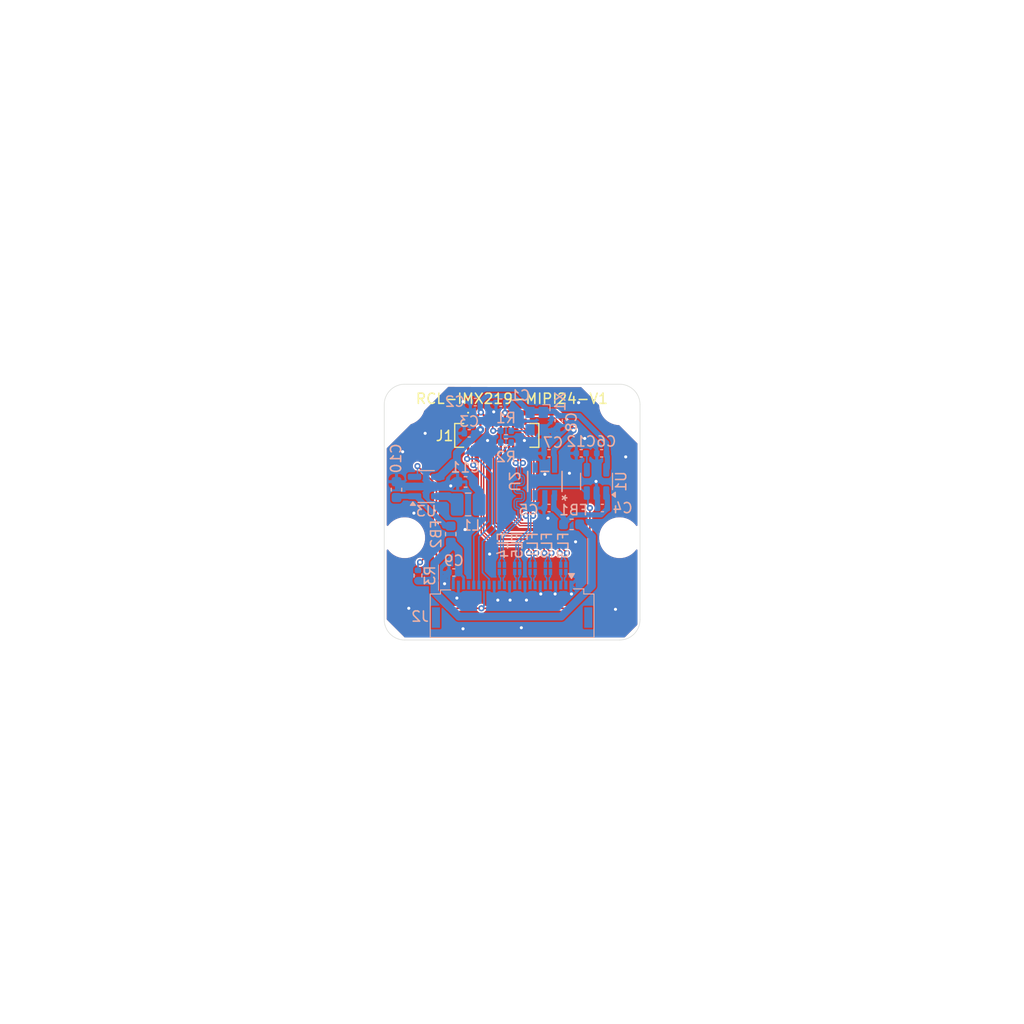
<source format=kicad_pcb>
(kicad_pcb (version 20241229) (generator "pcbnew") (generator_version "9.0")
  (layers (0 "F.Cu" signal) (4 "In1.Cu" signal) (6 "In2.Cu" signal) (2 "B.Cu" signal) (13 "F.Paste" user) (15 "B.Paste" user) (5 "F.SilkS" user "F.Silkscreen") (7 "B.SilkS" user "B.Silkscreen") (1 "F.Mask" user) (3 "B.Mask" user) (25 "Edge.Cuts" user))
  (net 0 "")
  (net 1 "+2V8")
  (net 2 "GND")
  (net 3 "+1V8")
  (net 4 "+1V2")
  (net 5 "+3.3V")
  (net 6 "/CAM_RX1N")
  (net 7 "/CAM_RX1P")
  (net 8 "/CAM_CN")
  (net 9 "/CAM_CP")
  (net 10 "/CAM_RX0P")
  (net 11 "/CAM_DP0")
  (net 12 "/CAM_DN0")
  (net 13 "/CAM_RX0N")
  (net 14 "/CAM_DN1")
  (net 15 "/CAM_CLKP")
  (net 16 "/CAM_DP1")
  (net 17 "/CAM_CLKN")
  (net 18 "/CAM_DN2")
  (net 19 "/CAM_RX3N")
  (net 20 "/CAM_DP2")
  (net 21 "/CAM_RX3P")
  (net 22 "/CAM_DP3")
  (net 23 "/CAM_RX2P")
  (net 24 "/CAM_RX2N")
  (net 25 "/CAM_DN3")
  (net 27 "/CAM_CLK")
  (net 31 "/CAM_RST")
  (net 32 "/CAM_SDA")
  (net 33 "/CAM_MCK")
  (net 34 "/CAM_SCL")
  (net 35 "Net-(U3-SW)")
  (net 36 "Net-(X1-OUT)")
  (net 38 "Net-(U1-VIN)")
  (net 39 "Net-(U3-Vin)")
  (net 40 "Net-(U1-BP)")
  (footprint "imx219_mipi24:hole_2mm" (layer "F.Cu") (at 160.5 102.5)
    (property "Reference" "")
    (property "Value" "hole_2mm")
  )
  (footprint "imx219_mipi24:hole_2mm" (layer "F.Cu") (at 160.5 89.5)
    (property "Reference" "")
    (property "Value" "hole_2mm")
  )
  (footprint "imx219_mipi24:hole_2mm" (layer "F.Cu") (at 139.5 89.5)
    (property "Reference" "REF**" (hide yes))
    (property "Value" "hole_2mm")
  )
  (footprint "imx219_mipi24:HRS_DF37NC-30DS-0.4V_51" (layer "F.Cu") (at 148.5 92.5 180)
    (property "Reference" "J1")
    (property "Value" "DF37NC-30DS-0.4V(51)")
  )
  (footprint "imx219_mipi24:hole_2mm" (layer "F.Cu") (at 139.5 102.5)
    (property "Reference" "")
    (property "Value" "hole_2mm")
  )
  (footprint "Resistor_SMD:R_0402_1005Metric" (layer "B.Cu") (at 149.4 92.05 180)
    (property "Reference" "R1")
    (property "Value" "22")
  )
  (footprint "Package_TO_SOT_SMD:SOT-23-5" (layer "B.Cu") (at 158.25 97 90)
    (property "Reference" "U1")
    (property "Value" "RT9193-18GB")
  )
  (footprint "Capacitor_SMD:C_0402_1005Metric" (layer "B.Cu") (at 146.4 89.25 180)
    (property "Reference" "C2")
    (property "Value" "1uF")
  )
  (footprint "Resistor_SMD:R_0402_1005Metric" (layer "B.Cu") (at 140.8 106.2 90)
    (property "Reference" "R3")
    (property "Value" "5.1k")
  )
  (footprint "imx219_mipi24:DLM0NSM900HY2D" (layer "B.Cu") (at 149 105.5 -90)
    (property "Reference" "FL4")
    (property "Value" "DLM0NSM900HY2D")
  )
  (footprint "Inductor_SMD:L_0603_1608Metric" (layer "B.Cu") (at 144 102.15 -90)
    (property "Reference" "FB2")
    (property "Value" "BLM18AG601SN1")
  )
  (footprint "imx219_mipi24:DLM0NSM900HY2D" (layer "B.Cu") (at 150.5 105.5 -90)
    (property "Reference" "FL5")
    (property "Value" "DLM0NSM900HY2D")
  )
  (footprint "imx219_mipi24:SOT25" (layer "B.Cu") (at 153.2 97 90)
    (property "Reference" "U2")
    (property "Value" "AP7331-28WG")
  )
  (footprint "imx219_mipi24:FH52-24S-0.5SH" (layer "B.Cu") (at 150 110 180)
    (property "Reference" "J2")
    (property "Value" "FH52-24S-0.5SH")
  )
  (footprint "Capacitor_SMD:C_0402_1005Metric" (layer "B.Cu") (at 154.55 91.05 -90)
    (property "Reference" "C8")
    (property "Value" "0.1uF")
  )
  (footprint "imx219_mipi24:DLM0NSM900HY2D" (layer "B.Cu") (at 153.5 105.5 -90)
    (property "Reference" "FL2")
    (property "Value" "DLM0NSM900HY2D")
  )
  (footprint "Resistor_SMD:R_0402_1005Metric" (layer "B.Cu") (at 149.4 93.2 180)
    (property "Reference" "R2")
    (property "Value" "0")
  )
  (footprint "Capacitor_SMD:C_0402_1005Metric" (layer "B.Cu") (at 158.82 99.6 180)
    (property "Reference" "C4")
    (property "Value" "1uF")
  )
  (footprint "Capacitor_SMD:C_0603_1608Metric" (layer "B.Cu") (at 138.7 97.8 90)
    (property "Reference" "C10")
    (property "Value" "4.7uF")
  )
  (footprint "imx219_mipi24:DLM0NSM900HY2D" (layer "B.Cu") (at 152 105.5 -90)
    (property "Reference" "FL1")
    (property "Value" "DLM0NSM900HY2D")
  )
  (footprint "Capacitor_SMD:C_0402_1005Metric" (layer "B.Cu") (at 148.9 89.3 180)
    (property "Reference" "C1")
    (property "Value" "1uF")
  )
  (footprint "Capacitor_SMD:C_0402_1005Metric" (layer "B.Cu") (at 156.75 94.25 180)
    (property "Reference" "C12")
    (property "Value" "22nF")
  )
  (footprint "imx219_mipi24:SG-8101CG" (layer "B.Cu") (at 152.4 91.1 -90)
    (property "Reference" "X1")
    (property "Value" "SG-8101CG 24.000000MHz")
  )
  (footprint "Capacitor_SMD:C_0603_1608Metric" (layer "B.Cu") (at 145.45 97.05 180)
    (property "Reference" "C11")
    (property "Value" "10uF")
  )
  (footprint "Capacitor_SMD:C_0402_1005Metric" (layer "B.Cu") (at 144.3 105.9 180)
    (property "Reference" "C9")
    (property "Value" "1uF")
  )
  (footprint "Inductor_SMD:L_0603_1608Metric" (layer "B.Cu") (at 155.8125 101.2 180)
    (property "Reference" "FB1")
    (property "Value" "BLM18AG601SN1")
  )
  (footprint "Capacitor_SMD:C_0402_1005Metric" (layer "B.Cu") (at 158.75 94.25 180)
    (property "Reference" "C6")
    (property "Value" "1uF")
  )
  (footprint "imx219_mipi24:DLM0NSM900HY2D" (layer "B.Cu") (at 155 105.5 -90)
    (property "Reference" "FL3")
    (property "Value" "DLM0NSM900HY2D")
  )
  (footprint "Inductor_SMD:L_1008_2520Metric" (layer "B.Cu") (at 145.7 99.25)
    (property "Reference" "L1")
    (property "Value" "2.2uH")
  )
  (footprint "Capacitor_SMD:C_0402_1005Metric" (layer "B.Cu") (at 145.8 92.3 180)
    (property "Reference" "C3")
    (property "Value" "1uF")
  )
  (footprint "Capacitor_SMD:C_0402_1005Metric" (layer "B.Cu") (at 153.6 94.25 180)
    (property "Reference" "C7")
    (property "Value" "1uF")
  )
  (footprint "Capacitor_SMD:C_0402_1005Metric" (layer "B.Cu") (at 153.6 99.6 180)
    (property "Reference" "C5")
    (property "Value" "1uF")
  )
  (footprint "Package_TO_SOT_SMD:TSOT-23-5" (layer "B.Cu") (at 141.6 97.5)
    (property "Reference" "U3")
    (property "Value" "LM3671MF-1.2/NOPB")
  )
  (gr_line (start 139.5 87.5) (end 160.5 87.5) (stroke (width 0.05)) (layer "Edge.Cuts"))
  (gr_arc (start 139.5 112.5) (mid 138.085786 111.914214) (end 137.5 110.5) (stroke (width 0.05)) (layer "Edge.Cuts"))
  (gr_arc (start 137.5 89.5) (mid 138.085786 88.085786) (end 139.5 87.5) (stroke (width 0.05)) (layer "Edge.Cuts"))
  (gr_arc (start 162.5 110.5) (mid 161.914214 111.914214) (end 160.5 112.5) (stroke (width 0.05)) (layer "Edge.Cuts"))
  (gr_arc (start 160.5 87.5) (mid 161.914214 88.085786) (end 162.5 89.5) (stroke (width 0.05)) (layer "Edge.Cuts"))
  (gr_line (start 160.5 112.5) (end 139.5 112.5) (stroke (width 0.05)) (layer "Edge.Cuts"))
  (gr_line (start 162.5 110.5) (end 162.5 89.5) (stroke (width 0.05)) (layer "Edge.Cuts"))
  (gr_line (start 137.5 110.5) (end 137.5 89.5) (stroke (width 0.05)) (layer "Edge.Cuts"))
  (gr_text "RCL-IMX219-MIPI24-V1" (at 140.5 89.5 0) (layer "F.SilkS") (effects (font (size 1 1)) (justify left bottom)))
  (segment (start 154.3 90.3) (end 149.3 90.3) (width 0.508) (layer "F.Cu") (net 1))
  (segment (start 149.3 91.175) (end 149.3 90.3) (width 0.254) (layer "F.Cu") (net 1))
  (segment (start 156 92) (end 154.3 90.3) (width 0.508) (layer "F.Cu") (net 1))
  (via (at 149.3 90.3) (size 0.6) (drill 0.3) (layers "F.Cu" "B.Cu") (net 1))
  (via (at 156 92) (size 0.6) (drill 0.3) (layers "F.Cu" "B.Cu") (net 1))
  (segment (start 154.150001 94.470001) (end 154.08 94.4) (width 0.508) (layer "B.Cu") (net 1))
  (segment (start 149.3 90.3) (end 149.3 89.38) (width 0.254) (layer "B.Cu") (net 1))
  (segment (start 154.150001 95.647201) (end 154.150001 94.470001) (width 0.508) (layer "B.Cu") (net 1))
  (segment (start 154.08 93.92) (end 156 92) (width 0.508) (layer "B.Cu") (net 1))
  (segment (start 149.3 89.38) (end 149.38 89.3) (width 0.254) (layer "B.Cu") (net 1))
  (segment (start 154.08 94.4) (end 154.08 93.92) (width 0.508) (layer "B.Cu") (net 1))
  (segment (start 148 90.2) (end 148.2 90.2) (width 0.1524) (layer "F.Cu") (net 2))
  (segment (start 150.1 93.825) (end 150.1 93) (width 0.2) (layer "F.Cu") (net 2))
  (segment (start 147.7 91.8) (end 147.6 91.9) (width 0.2) (layer "F.Cu") (net 2))
  (segment (start 143.4 107.2) (end 144.6 108.4) (width 0.508) (layer "F.Cu") (net 2))
  (segment (start 157.1 92.8) (end 157.1 89.9) (width 0.1524) (layer "F.Cu") (net 2))
  (segment (start 148.9 90.6026) (end 148.7974 90.5) (width 0.2) (layer "F.Cu") (net 2))
  (segment (start 148.5 90.5) (end 148.2 90.2) (width 0.2) (layer "F.Cu") (net 2))
  (segment (start 148.9 93.825) (end 148.9 93) (width 0.2) (layer "F.Cu") (net 2))
  (segment (start 148.5 91.175) (end 148.5 90.5) (width 0.2) (layer "F.Cu") (net 2))
  (segment (start 148.7974 90.5) (end 148.5 90.5) (width 0.2) (layer "F.Cu") (net 2))
  (segment (start 148.9 93) (end 147.6 93) (width 0.2) (layer "F.Cu") (net 2))
  (segment (start 146.7 93) (end 147.6 93) (width 0.2) (layer "F.Cu") (net 2))
  (segment (start 147.7 91.175) (end 147.7 91.8) (width 0.2) (layer "F.Cu") (net 2))
  (segment (start 148.9 91.175) (end 148.9 90.6026) (width 0.2) (layer "F.Cu") (net 2))
  (segment (start 157.1 92.8) (end 159.3 92.8) (width 0.1524) (layer "F.Cu") (net 2))
  (segment (start 147.7 93.825) (end 147.7 93.1) (width 0.2) (layer "F.Cu") (net 2))
  (segment (start 146.5 93.2) (end 146.7 93) (width 0.2) (layer "F.Cu") (net 2))
  (segment (start 143.4 107) (end 143.4 107.2) (width 0.508) (layer "F.Cu") (net 2))
  (segment (start 157.1 89.9) (end 156.5 89.3) (width 0.1524) (layer "F.Cu") (net 2))
  (segment (start 147.6 91.9) (end 147.6 93) (width 0.2) (layer "F.Cu") (net 2))
  (segment (start 151.3 93.825) (end 151.3 93.1) (width 0.2) (layer "F.Cu") (net 2))
  (segment (start 155.6 96.2) (end 155.7 96.3) (width 0.1524) (layer "F.Cu") (net 2))
  (segment (start 147.7 93.1) (end 147.6 93) (width 0.2) (layer "F.Cu") (net 2))
  (segment (start 151.3 93.1) (end 151.2 93) (width 0.2) (layer "F.Cu") (net 2))
  (segment (start 148.2 90.4) (end 148.2 90.2) (width 0.1524) (layer "F.Cu") (net 2))
  (segment (start 146.5 93.825) (end 146.5 93.2) (width 0.2) (layer "F.Cu") (net 2))
  (segment (start 150.1 93) (end 148.9 93) (width 0.2) (layer "F.Cu") (net 2))
  (segment (start 150.1 93) (end 151.2 93) (width 0.2) (layer "F.Cu") (net 2))
  (segment (start 159.3 92.8) (end 161.1 94.6) (width 0.1524) (layer "F.Cu") (net 2))
  (via (at 152.8 108) (size 0.6) (drill 0.3) (layers "F.Cu" "B.Cu") (net 2))
  (via (at 154.2 108) (size 0.6) (drill 0.3) (layers "F.Cu" "B.Cu") (net 2))
  (via (at 148.6 108.6) (size 0.6) (drill 0.3) (layers "F.Cu" "B.Cu") (net 2))
  (via (at 140.4 100.1) (size 0.6) (drill 0.3) (layers "F.Cu" "B.Cu") (net 2))
  (via (at 153.5 100.6) (size 0.6) (drill 0.3) (layers "F.Cu" "B.Cu") (net 2))
  (via (at 161.1 94.6) (size 0.6) (drill 0.3) (layers "F.Cu" "B.Cu") (net 2))
  (via (at 155.8 108) (size 0.6) (drill 0.3) (layers "F.Cu" "B.Cu") (net 2))
  (via (at 156.2 102.9) (size 0.6) (drill 0.3) (layers "F.Cu" "B.Cu") (net 2))
  (via (at 139.9 109.4) (size 0.6) (drill 0.3) (layers "F.Cu" "B.Cu") (net 2))
  (via (at 143.4 107) (size 0.6) (drill 0.3) (layers "F.Cu" "B.Cu") (net 2))
  (via (at 145.4 101.7) (size 0.6) (drill 0.3) (layers "F.Cu" "B.Cu") (net 2))
  (via (at 153.2 96.3) (size 0.6) (drill 0.3) (layers "F.Cu" "B.Cu") (net 2))
  (via (at 139.3 94.1) (size 0.6) (drill 0.3) (layers "F.Cu" "B.Cu") (net 2))
  (via (at 149.8 108.6) (size 0.6) (drill 0.3) (layers "F.Cu" "B.Cu") (net 2))
  (via (at 160.1 109.5) (size 0.6) (drill 0.3) (layers "F.Cu" "B.Cu") (net 2))
  (via (at 151.4 108.6) (size 0.6) (drill 0.3) (layers "F.Cu" "B.Cu") (net 2))
  (via (at 141.5 92.3) (size 0.6) (drill 0.3) (layers "F.Cu" "B.Cu") (net 2))
  (via (at 157.1 92.8) (size 0.6) (drill 0.3) (layers "F.Cu" "B.Cu") (net 2))
  (via (at 148.2 90.2) (size 0.6) (drill 0.3) (layers "F.Cu" "B.Cu") (net 2))
  (via (at 158.2 97) (size 0.6) (drill 0.3) (layers "F.Cu" "B.Cu") (net 2))
  (via (at 150.9 111.3) (size 0.6) (drill 0.3) (layers "F.Cu" "B.Cu") (net 2))
  (via (at 147.6 93) (size 0.6) (drill 0.3) (layers "F.Cu" "B.Cu") (net 2))
  (via (at 147.8 104.1) (size 0.6) (drill 0.3) (layers "F.Cu" "B.Cu") (net 2))
  (via (at 151.2 93) (size 0.6) (drill 0.3) (layers "F.Cu" "B.Cu") (net 2))
  (via (at 145.2 111.4) (size 0.6) (drill 0.3) (layers "F.Cu" "B.Cu") (net 2))
  (via (at 144.6 108.4) (size 0.6) (drill 0.3) (layers "F.Cu" "B.Cu") (net 2))
  (via (at 156.5 89.3) (size 0.6) (drill 0.3) (layers "F.Cu" "B.Cu") (net 2))
  (via (at 145.2 89.2) (size 0.6) (drill 0.3) (layers "F.Cu" "B.Cu") (net 2))
  (via (at 144 97.4375) (size 0.6) (drill 0.3) (layers "F.Cu" "B.Cu") (net 2))
  (via (at 155.6 96.2) (size 0.6) (drill 0.3) (layers "F.Cu" "B.Cu") (net 2))
  (segment (start 153.2 99.52) (end 153.12 99.6) (width 0.508) (layer "B.Cu") (net 2))
  (segment (start 154.25 107.125) (end 154.25 107.95) (width 0.254) (layer "B.Cu") (net 2))
  (segment (start 152.75 107.125) (end 152.75 107.95) (width 0.254) (layer "B.Cu") (net 2))
  (segment (start 144.675 97.05) (end 144.3875 97.05) (width 0.762) (layer "B.Cu") (net 2))
  (segment (start 155.75 107.125) (end 155.75 107.95) (width 0.254) (layer "B.Cu") (net 2))
  (segment (start 139.175 97.5) (end 140.4625 97.5) (width 0.762) (layer "B.Cu") (net 2))
  (segment (start 154.25 107.95) (end 154.2 108) (width 0.254) (layer "B.Cu") (net 2))
  (segment (start 145.92 89.25) (end 145.25 89.25) (width 0.1524) (layer "B.Cu") (net 2))
  (segment (start 148.42 89.98) (end 148.2 90.2) (width 0.1524) (layer "B.Cu") (net 2))
  (segment (start 155.75 107.95) (end 155.8 108) (width 0.254) (layer "B.Cu") (net 2))
  (segment (start 143.82 105.9) (end 143.4 106.32) (width 0.508) (layer "B.Cu") (net 2))
  (segment (start 151.2 93) (end 152.45 94.25) (width 0.1524) (layer "B.Cu") (net 2))
  (segment (start 152.45 94.25) (end 153.12 94.25) (width 0.1524) (layer "B.Cu") (net 2))
  (segment (start 158.34 99.6) (end 158.34 98.4225) (width 0.508) (layer "B.Cu") (net 2))
  (segment (start 144.75 108.25) (end 144.6 108.4) (width 0.254) (layer "B.Cu") (net 2))
  (segment (start 153.15 92.05) (end 153.15 92.65) (width 0.508) (layer "B.Cu") (net 2))
  (segment (start 153.15 92.05) (end 154.03 92.05) (width 0.508) (layer "B.Cu") (net 2))
  (segment (start 153.12 92.68) (end 153.12 94.25) (width 0.508) (layer "B.Cu") (net 2))
  (segment (start 148.25 107.125) (end 148.25 108.25) (width 0.254) (layer "B.Cu") (net 2))
  (segment (start 158.27 93.97) (end 157.1 92.8) (width 0.1524) (layer "B.Cu") (net 2))
  (segment (start 145.32 92.3) (end 141.5 92.3) (width 0.1524) (layer "B.Cu") (net 2))
  (segment (start 156.27 93.63) (end 157.1 92.8) (width 0.1524) (layer "B.Cu") (net 2))
  (segment (start 153.2 98.352799) (end 153.2 99.52) (width 0.508) (layer "B.Cu") (net 2))
  (segment (start 143.4 106.32) (end 143.4 107) (width 0.508) (layer "B.Cu") (net 2))
  (segment (start 140.4625 97.5) (end 143.9375 97.5) (width 0.762) (layer "B.Cu") (net 2))
  (segment (start 145.25 89.25) (end 145.2 89.2) (width 0.1524) (layer "B.Cu") (net 2))
  (segment (start 151.25 107.125) (end 151.25 108.45) (width 0.254) (layer "B.Cu") (net 2))
  (segment (start 148.25 108.25) (end 148.6 108.6) (width 0.254) (layer "B.Cu") (net 2))
  (segment (start 149.75 107.125) (end 149.75 108.55) (width 0.254) (layer "B.Cu") (net 2))
  (segment (start 144.75 107.125) (end 144.75 108.25) (width 0.254) (layer "B.Cu") (net 2))
  (segment (start 153.15 92.65) (end 153.12 92.68) (width 0.508) (layer "B.Cu") (net 2))
  (segment (start 148.42 89.3) (end 148.42 89.98) (width 0.1524) (layer "B.Cu") (net 2))
  (segment (start 149.75 108.55) (end 149.8 108.6) (width 0.254) (layer "B.Cu") (net 2))
  (segment (start 156.27 94.25) (end 156.27 93.63) (width 0.1524) (layer "B.Cu") (net 2))
  (segment (start 154.03 92.05) (end 154.55 91.53) (width 0.508) (layer "B.Cu") (net 2))
  (segment (start 151.25 108.45) (end 151.4 108.6) (width 0.254) (layer "B.Cu") (net 2))
  (segment (start 158.34 98.4225) (end 158.3625 98.4) (width 0.508) (layer "B.Cu") (net 2))
  (segment (start 138.7 97.025) (end 139.175 97.5) (width 0.762) (layer "B.Cu") (net 2))
  (segment (start 158.27 94.25) (end 158.27 93.97) (width 0.1524) (layer "B.Cu") (net 2))
  (segment (start 144.3875 97.05) (end 144 97.4375) (width 0.762) (layer "B.Cu") (net 2))
  (segment (start 152.75 107.95) (end 152.8 108) (width 0.254) (layer "B.Cu") (net 2))
  (segment (start 147.3 90.6) (end 146.95 90.25) (width 0.2) (layer "F.Cu") (net 3))
  (segment (start 147.3 91.175) (end 147.3 90.6) (width 0.2) (layer "F.Cu") (net 3))
  (segment (start 146.5 90.7) (end 146.95 90.25) (width 0.2) (layer "F.Cu") (net 3))
  (segment (start 146.5 91.175) (end 146.5 90.7) (width 0.2) (layer "F.Cu") (net 3))
  (via (at 146.95 90.25) (size 0.6) (drill 0.3) (layers "F.Cu" "B.Cu") (net 3))
  (segment (start 153.15 90.15) (end 151.65 90.15) (width 0.508) (layer "B.Cu") (net 3))
  (segment (start 146.88 89.25) (end 146.88 90.18) (width 0.508) (layer "B.Cu") (net 3))
  (segment (start 159.23 93.23) (end 156.57 90.57) (width 0.508) (layer "B.Cu") (net 3))
  (segment (start 159.312501 95.694402) (end 159.312501 94.582501) (width 0.508) (layer "B.Cu") (net 3))
  (segment (start 147.4966 88.6334) (end 146.88 89.25) (width 0.508) (layer "B.Cu") (net 3))
  (segment (start 159.23 94.5) (end 159.23 93.23) (width 0.508) (layer "B.Cu") (net 3))
  (segment (start 154.13 90.15) (end 154.55 90.57) (width 0.508) (layer "B.Cu") (net 3))
  (segment (start 146.88 90.18) (end 146.95 90.25) (width 0.508) (layer "B.Cu") (net 3))
  (segment (start 150.1334 88.6334) (end 147.4966 88.6334) (width 0.508) (layer "B.Cu") (net 3))
  (segment (start 159.312501 94.582501) (end 159.23 94.5) (width 0.508) (layer "B.Cu") (net 3))
  (segment (start 153.15 90.15) (end 154.13 90.15) (width 0.508) (layer "B.Cu") (net 3))
  (segment (start 151.65 90.15) (end 150.1334 88.6334) (width 0.508) (layer "B.Cu") (net 3))
  (segment (start 156.57 90.57) (end 154.55 90.57) (width 0.508) (layer "B.Cu") (net 3))
  (segment (start 146.9 91.175) (end 146.9 91.95) (width 0.2) (layer "F.Cu") (net 4))
  (via (at 146.9 91.95) (size 0.6) (drill 0.3) (layers "F.Cu" "B.Cu") (net 4))
  (segment (start 142.8875 96.55) (end 144.2375 95.2) (width 0.762) (layer "B.Cu") (net 4))
  (segment (start 146.775 98.075) (end 146.85 98) (width 0.762) (layer "B.Cu") (net 4))
  (segment (start 146.275 96.875) (end 145.1039 95.7039) (width 0.762) (layer "B.Cu") (net 4))
  (segment (start 142.7375 96.55) (end 142.8875 96.55) (width 0.762) (layer "B.Cu") (net 4))
  (segment (start 146.63 91.95) (end 146.28 92.3) (width 0.254) (layer "B.Cu") (net 4))
  (segment (start 146.275 97.425) (end 146.275 96.875) (width 0.762) (layer "B.Cu") (net 4))
  (segment (start 144.6 95.2) (end 144.6 94.25) (width 0.762) (layer "B.Cu") (net 4))
  (segment (start 146.775 99.25) (end 146.775 98.075) (width 0.762) (layer "B.Cu") (net 4))
  (segment (start 144.6 94.25) (end 146.9 91.95) (width 0.762) (layer "B.Cu") (net 4))
  (segment (start 146.85 98) (end 146.275 97.425) (width 0.762) (layer "B.Cu") (net 4))
  (segment (start 146.9 91.95) (end 146.63 91.95) (width 0.254) (layer "B.Cu") (net 4))
  (segment (start 144.2375 95.2) (end 144.6 95.2) (width 0.762) (layer "B.Cu") (net 4))
  (segment (start 145.1039 95.7039) (end 144.6 95.2) (width 0.762) (layer "B.Cu") (net 4))
  (segment (start 157.8 102.4) (end 157.8 107.2) (width 0.762) (layer "B.Cu") (net 5))
  (segment (start 144.78 103.7175) (end 144.78 105.9) (width 0.762) (layer "B.Cu") (net 5))
  (segment (start 142.4 106.7) (end 142.4 105) (width 0.762) (layer "B.Cu") (net 5))
  (segment (start 154.8 110.2) (end 144.8 110.2) (width 0.762) (layer "B.Cu") (net 5))
  (segment (start 144.25 107.125) (end 144.25 106.43) (width 0.254) (layer "B.Cu") (net 5))
  (segment (start 142.4 106.7) (end 141.9 106.7) (width 0.762) (layer "B.Cu") (net 5))
  (segment (start 145.25 106.37) (end 144.78 105.9) (width 0.254) (layer "B.Cu") (net 5))
  (segment (start 144.8 110.2) (end 142.4 107.8) (width 0.762) (layer "B.Cu") (net 5))
  (segment (start 141.89 106.71) (end 140.8 106.71) (width 0.762) (layer "B.Cu") (net 5))
  (segment (start 142.4 105) (end 144.23125 103.16875) (width 0.762) (layer "B.Cu") (net 5))
  (segment (start 144 102.9375) (end 144.23125 103.16875) (width 0.762) (layer "B.Cu") (net 5))
  (segment (start 157.8 107.2) (end 154.8 110.2) (width 0.762) (layer "B.Cu") (net 5))
  (segment (start 144.23125 103.16875) (end 144.78 103.7175) (width 0.762) (layer "B.Cu") (net 5))
  (segment (start 144.25 106.43) (end 144.78 105.9) (width 0.254) (layer "B.Cu") (net 5))
  (segment (start 141.9 106.7) (end 141.89 106.71) (width 0.762) (layer "B.Cu") (net 5))
  (segment (start 156.6 101.2) (end 157.8 102.4) (width 0.762) (layer "B.Cu") (net 5))
  (segment (start 142.4 107.8) (end 142.4 106.7) (width 0.762) (layer "B.Cu") (net 5))
  (segment (start 145.25 107.125) (end 145.25 106.37) (width 0.254) (layer "B.Cu") (net 5))
  (segment (start 155.12065 106.72065) (end 155.12065 106.442151) (width 0.1397) (layer "B.Cu") (net 6))
  (segment (start 155.25 107.125) (end 155.25 106.85) (width 0.1397) (layer "B.Cu") (net 6))
  (segment (start 155.25 106.312801) (end 155.25 105.8556) (width 0.1397) (layer "B.Cu") (net 6))
  (segment (start 155.12065 106.442151) (end 155.25 106.312801) (width 0.1397) (layer "B.Cu") (net 6))
  (segment (start 155.25 106.85) (end 155.12065 106.72065) (width 0.1397) (layer "B.Cu") (net 6))
  (segment (start 154.87935 106.72065) (end 154.87935 106.442151) (width 0.1397) (layer "B.Cu") (net 7))
  (segment (start 154.75 107.125) (end 154.75 106.85) (width 0.1397) (layer "B.Cu") (net 7))
  (segment (start 154.87935 106.442151) (end 154.75 106.312801) (width 0.1397) (layer "B.Cu") (net 7))
  (segment (start 154.75 106.312801) (end 154.75 105.8556) (width 0.1397) (layer "B.Cu") (net 7))
  (segment (start 154.75 106.85) (end 154.87935 106.72065) (width 0.1397) (layer "B.Cu") (net 7))
  (segment (start 151.33015 102.97935) (end 148.249976 102.97935) (width 0.1397) (layer "F.Cu") (net 8))
  (segment (start 147.22065 101.950024) (end 147.22065 94.376851) (width 0.1397) (layer "F.Cu") (net 8))
  (segment (start 152.3508 104) (end 151.33015 102.97935) (width 0.1397) (layer "F.Cu") (net 8))
  (segment (start 147.3 94.297501) (end 147.3 93.825) (width 0.1397) (layer "F.Cu") (net 8))
  (segment (start 148.249976 102.97935) (end 147.22065 101.950024) (width 0.1397) (layer "F.Cu") (net 8))
  (segment (start 147.22065 94.376851) (end 147.3 94.297501) (width 0.1397) (layer "F.Cu") (net 8))
  (via (at 152.3508 104) (size 0.6) (drill 0.3) (layers "F.Cu" "B.Cu") (net 8))
  (segment (start 152.25 104.687199) (end 152.12065 104.557849) (width 0.1397) (layer "B.Cu") (net 8))
  (segment (start 152.25 105.1444) (end 152.25 104.687199) (width 0.1397) (layer "B.Cu") (net 8))
  (segment (start 152.12065 104.557849) (end 152.12065 104.23015) (width 0.1397) (layer "B.Cu") (net 8))
  (segment (start 152.12065 104.23015) (end 152.3508 104) (width 0.1397) (layer "B.Cu") (net 8))
  (segment (start 146.9 94.297501) (end 146.9 93.825) (width 0.1397) (layer "F.Cu") (net 9))
  (segment (start 151.6492 104) (end 151.6492 103.63965) (width 0.1397) (layer "F.Cu") (net 9))
  (segment (start 146.97935 94.376851) (end 146.9 94.297501) (width 0.1397) (layer "F.Cu") (net 9))
  (segment (start 151.6492 103.63965) (end 151.2302 103.22065) (width 0.1397) (layer "F.Cu") (net 9))
  (segment (start 146.97935 102.049976) (end 146.97935 94.376851) (width 0.1397) (layer "F.Cu") (net 9))
  (segment (start 148.150024 103.22065) (end 146.97935 102.049976) (width 0.1397) (layer "F.Cu") (net 9))
  (segment (start 151.2302 103.22065) (end 148.150024 103.22065) (width 0.1397) (layer "F.Cu") (net 9))
  (via (at 151.6492 104) (size 0.6) (drill 0.3) (layers "F.Cu" "B.Cu") (net 9))
  (segment (start 151.75 104.687199) (end 151.87935 104.557849) (width 0.1397) (layer "B.Cu") (net 9))
  (segment (start 151.75 105.1444) (end 151.75 104.687199) (width 0.1397) (layer "B.Cu") (net 9))
  (segment (start 151.87935 104.23015) (end 151.6492 104) (width 0.1397) (layer "B.Cu") (net 9))
  (segment (start 151.87935 104.557849) (end 151.87935 104.23015) (width 0.1397) (layer "B.Cu") (net 9))
  (segment (start 153.37935 106.72065) (end 153.37935 106.442151) (width 0.1397) (layer "B.Cu") (net 10))
  (segment (start 153.25 106.312801) (end 153.25 105.8556) (width 0.1397) (layer "B.Cu") (net 10))
  (segment (start 153.25 107.125) (end 153.25 106.85) (width 0.1397) (layer "B.Cu") (net 10))
  (segment (start 153.37935 106.442151) (end 153.25 106.312801) (width 0.1397) (layer "B.Cu") (net 10))
  (segment (start 153.25 106.85) (end 153.37935 106.72065) (width 0.1397) (layer "B.Cu") (net 10))
  (segment (start 153.1492 103.63965) (end 151.8302 102.32065) (width 0.1397) (layer "F.Cu") (net 11))
  (segment (start 153.1492 104) (end 153.1492 103.63965) (width 0.1397) (layer "F.Cu") (net 11))
  (segment (start 148.17935 101.149976) (end 148.17935 94.376851) (width 0.1397) (layer "F.Cu") (net 11))
  (segment (start 149.350024 102.32065) (end 148.17935 101.149976) (width 0.1397) (layer "F.Cu") (net 11))
  (segment (start 148.17935 94.376851) (end 148.1 94.297501) (width 0.1397) (layer "F.Cu") (net 11))
  (segment (start 151.8302 102.32065) (end 149.350024 102.32065) (width 0.1397) (layer "F.Cu") (net 11))
  (segment (start 148.1 94.297501) (end 148.1 93.825) (width 0.1397) (layer "F.Cu") (net 11))
  (via (at 153.1492 104) (size 0.6) (drill 0.3) (layers "F.Cu" "B.Cu") (net 11))
  (segment (start 153.37935 104.23015) (end 153.1492 104) (width 0.1397) (layer "B.Cu") (net 11))
  (segment (start 153.25 105.1444) (end 153.25 104.687199) (width 0.1397) (layer "B.Cu") (net 11))
  (segment (start 153.37935 104.557849) (end 153.37935 104.23015) (width 0.1397) (layer "B.Cu") (net 11))
  (segment (start 153.25 104.687199) (end 153.37935 104.557849) (width 0.1397) (layer "B.Cu") (net 11))
  (segment (start 148.42065 94.376851) (end 148.5 94.297501) (width 0.1397) (layer "F.Cu") (net 12))
  (segment (start 148.42065 101.050024) (end 148.42065 94.376851) (width 0.1397) (layer "F.Cu") (net 12))
  (segment (start 151.93015 102.07935) (end 149.449976 102.07935) (width 0.1397) (layer "F.Cu") (net 12))
  (segment (start 153.8508 104) (end 151.93015 102.07935) (width 0.1397) (layer "F.Cu") (net 12))
  (segment (start 149.449976 102.07935) (end 148.42065 101.050024) (width 0.1397) (layer "F.Cu") (net 12))
  (segment (start 148.5 94.297501) (end 148.5 93.825) (width 0.1397) (layer "F.Cu") (net 12))
  (via (at 153.8508 104) (size 0.6) (drill 0.3) (layers "F.Cu" "B.Cu") (net 12))
  (segment (start 153.62065 104.23015) (end 153.8508 104) (width 0.1397) (layer "B.Cu") (net 12))
  (segment (start 153.62065 104.557849) (end 153.62065 104.23015) (width 0.1397) (layer "B.Cu") (net 12))
  (segment (start 153.75 104.687199) (end 153.62065 104.557849) (width 0.1397) (layer "B.Cu") (net 12))
  (segment (start 153.75 105.1444) (end 153.75 104.687199) (width 0.1397) (layer "B.Cu") (net 12))
  (segment (start 153.62065 106.442151) (end 153.75 106.312801) (width 0.1397) (layer "B.Cu") (net 13))
  (segment (start 153.75 107.125) (end 153.75 106.85) (width 0.1397) (layer "B.Cu") (net 13))
  (segment (start 153.62065 106.72065) (end 153.62065 106.442151) (width 0.1397) (layer "B.Cu") (net 13))
  (segment (start 153.75 106.312801) (end 153.75 105.8556) (width 0.1397) (layer "B.Cu") (net 13))
  (segment (start 153.75 106.85) (end 153.62065 106.72065) (width 0.1397) (layer "B.Cu") (net 13))
  (segment (start 155.3508 104) (end 152.43015 101.07935) (width 0.1397) (layer "F.Cu") (net 14))
  (segment (start 152.43015 101.07935) (end 150.849976 101.07935) (width 0.1397) (layer "F.Cu") (net 14))
  (segment (start 149.7 94.297501) (end 149.7 93.825) (width 0.1397) (layer "F.Cu") (net 14))
  (segment (start 149.62065 99.850024) (end 149.62065 94.376851) (width 0.1397) (layer "F.Cu") (net 14))
  (segment (start 150.849976 101.07935) (end 149.62065 99.850024) (width 0.1397) (layer "F.Cu") (net 14))
  (segment (start 149.62065 94.376851) (end 149.7 94.297501) (width 0.1397) (layer "F.Cu") (net 14))
  (via (at 155.3508 104) (size 0.6) (drill 0.3) (layers "F.Cu" "B.Cu") (net 14))
  (segment (start 155.25 104.687199) (end 155.12065 104.557849) (width 0.1397) (layer "B.Cu") (net 14))
  (segment (start 155.12065 104.23015) (end 155.3508 104) (width 0.1397) (layer "B.Cu") (net 14))
  (segment (start 155.25 105.1444) (end 155.25 104.687199) (width 0.1397) (layer "B.Cu") (net 14))
  (segment (start 155.12065 104.557849) (end 155.12065 104.23015) (width 0.1397) (layer "B.Cu") (net 14))
  (segment (start 151.75 106.312801) (end 151.75 105.8556) (width 0.1397) (layer "B.Cu") (net 15))
  (segment (start 151.75 107.125) (end 151.75 106.85) (width 0.1397) (layer "B.Cu") (net 15))
  (segment (start 151.87935 106.442151) (end 151.75 106.312801) (width 0.1397) (layer "B.Cu") (net 15))
  (segment (start 151.87935 106.72065) (end 151.87935 106.442151) (width 0.1397) (layer "B.Cu") (net 15))
  (segment (start 151.75 106.85) (end 151.87935 106.72065) (width 0.1397) (layer "B.Cu") (net 15))
  (segment (start 154.6492 103.63965) (end 152.3302 101.32065) (width 0.1397) (layer "F.Cu") (net 16))
  (segment (start 154.6492 104) (end 154.6492 103.63965) (width 0.1397) (layer "F.Cu") (net 16))
  (segment (start 152.3302 101.32065) (end 150.750024 101.32065) (width 0.1397) (layer "F.Cu") (net 16))
  (segment (start 149.37935 99.949976) (end 149.37935 94.376851) (width 0.1397) (layer "F.Cu") (net 16))
  (segment (start 150.750024 101.32065) (end 149.37935 99.949976) (width 0.1397) (layer "F.Cu") (net 16))
  (segment (start 149.3 94.297501) (end 149.3 93.825) (width 0.1397) (layer "F.Cu") (net 16))
  (segment (start 149.37935 94.376851) (end 149.3 94.297501) (width 0.1397) (layer "F.Cu") (net 16))
  (via (at 154.6492 104) (size 0.6) (drill 0.3) (layers "F.Cu" "B.Cu") (net 16))
  (segment (start 154.87935 104.557849) (end 154.87935 104.23015) (width 0.1397) (layer "B.Cu") (net 16))
  (segment (start 154.75 104.687199) (end 154.87935 104.557849) (width 0.1397) (layer "B.Cu") (net 16))
  (segment (start 154.87935 104.23015) (end 154.6492 104) (width 0.1397) (layer "B.Cu") (net 16))
  (segment (start 154.75 105.1444) (end 154.75 104.687199) (width 0.1397) (layer "B.Cu") (net 16))
  (segment (start 152.25 106.312801) (end 152.25 105.8556) (width 0.1397) (layer "B.Cu") (net 17))
  (segment (start 152.12065 106.442151) (end 152.25 106.312801) (width 0.1397) (layer "B.Cu") (net 17))
  (segment (start 152.25 106.85) (end 152.12065 106.72065) (width 0.1397) (layer "B.Cu") (net 17))
  (segment (start 152.25 107.125) (end 152.25 106.85) (width 0.1397) (layer "B.Cu") (net 17))
  (segment (start 152.12065 106.72065) (end 152.12065 106.442151) (width 0.1397) (layer "B.Cu") (net 17))
  (segment (start 150.82065 94.376851) (end 150.9 94.297501) (width 0.1397) (layer "F.Cu") (net 18))
  (segment (start 151.0508 95.2) (end 150.82065 94.96985) (width 0.1397) (layer "F.Cu") (net 18))
  (segment (start 150.9 94.297501) (end 150.9 93.825) (width 0.1397) (layer "F.Cu") (net 18))
  (segment (start 150.82065 94.96985) (end 150.82065 94.376851) (width 0.1397) (layer "F.Cu") (net 18))
  (segment (start 150.9 94.025) (end 150.9 93.825) (width 0.1397) (layer "F.Cu") (net 18))
  (via (at 151.0508 95.2) (size 0.6) (drill 0.3) (layers "F.Cu" "B.Cu") (net 18))
  (segment (start 150.82065 98.925325) (end 150.8905 98.925325) (width 0.1397) (layer "B.Cu") (net 18))
  (segment (start 150.82065 95.6) (end 150.82065 95.43015) (width 0.1397) (layer "B.Cu") (net 18))
  (segment (start 150.57935 97.385325) (end 150.76985 97.385325) (width 0.1397) (layer "B.Cu") (net 18))
  (segment (start 149.25 105.1444) (end 149.25 104.687199) (width 0.1397) (layer "B.Cu") (net 18))
  (segment (start 150.5095 97.385325) (end 150.57935 97.385325) (width 0.1397) (layer "B.Cu") (net 18))
  (segment (start 150.5095 98.925325) (end 150.57935 98.925325) (width 0.1397) (layer "B.Cu") (net 18))
  (segment (start 151.20165 97.074175) (end 151.20165 96.685175) (width 0.1397) (layer "B.Cu") (net 18))
  (segment (start 149.12065 104.557849) (end 149.12065 102.449976) (width 0.1397) (layer "B.Cu") (net 18))
  (segment (start 150.57935 97.914025) (end 150.5095 97.914025) (width 0.1397) (layer "B.Cu") (net 18))
  (segment (start 151.20165 98.614175) (end 151.20165 98.225175) (width 0.1397) (layer "B.Cu") (net 18))
  (segment (start 150.43965 97.844175) (end 150.43965 97.455175) (width 0.1397) (layer "B.Cu") (net 18))
  (segment (start 150.82065 97.914025) (end 150.57935 97.914025) (width 0.1397) (layer "B.Cu") (net 18))
  (segment (start 150.82065 95.95) (end 150.82065 95.6) (width 0.1397) (layer "B.Cu") (net 18))
  (segment (start 150.43965 99.419) (end 150.43965 98.995175) (width 0.1397) (layer "B.Cu") (net 18))
  (segment (start 150.82065 96.304175) (end 150.82065 95.95) (width 0.1397) (layer "B.Cu") (net 18))
  (segment (start 150.57935 98.925325) (end 150.82065 98.925325) (width 0.1397) (layer "B.Cu") (net 18))
  (segment (start 150.76985 97.385325) (end 150.8905 97.385325) (width 0.1397) (layer "B.Cu") (net 18))
  (segment (start 149.25 104.687199) (end 149.12065 104.557849) (width 0.1397) (layer "B.Cu") (net 18))
  (segment (start 150.8905 97.914025) (end 150.82065 97.914025) (width 0.1397) (layer "B.Cu") (net 18))
  (segment (start 150.82065 95.43015) (end 151.0508 95.2) (width 0.1397) (layer "B.Cu") (net 18))
  (segment (start 150.82065 100.749976) (end 150.82065 99.8) (width 0.1397) (layer "B.Cu") (net 18))
  (segment (start 149.12065 102.449976) (end 150.82065 100.749976) (width 0.1397) (layer "B.Cu") (net 18))
  (arc (start 150.5095 97.914025) (mid 150.460109 97.893566) (end 150.43965 97.844175) (width 0.1397) (layer "B.Cu") (net 18))
  (arc (start 150.82065 99.8) (mid 150.729516 99.579984) (end 150.5095 99.48885) (width 0.1397) (layer "B.Cu") (net 18))
  (arc (start 150.43965 97.455175) (mid 150.460109 97.405784) (end 150.5095 97.385325) (width 0.1397) (layer "B.Cu") (net 18))
  (arc (start 150.5095 99.48885) (mid 150.460109 99.468391) (end 150.43965 99.419) (width 0.1397) (layer "B.Cu") (net 18))
  (arc (start 150.8905 96.374025) (mid 150.841109 96.353566) (end 150.82065 96.304175) (width 0.1397) (layer "B.Cu") (net 18))
  (arc (start 150.43965 98.995175) (mid 150.460109 98.945784) (end 150.5095 98.925325) (width 0.1397) (layer "B.Cu") (net 18))
  (arc (start 150.8905 98.925325) (mid 151.110516 98.834191) (end 151.20165 98.614175) (width 0.1397) (layer "B.Cu") (net 18))
  (arc (start 151.20165 96.685175) (mid 151.110516 96.465159) (end 150.8905 96.374025) (width 0.1397) (layer "B.Cu") (net 18))
  (arc (start 151.20165 98.225175) (mid 151.110516 98.005159) (end 150.8905 97.914025) (width 0.1397) (layer "B.Cu") (net 18))
  (arc (start 150.8905 97.385325) (mid 151.110516 97.294191) (end 151.20165 97.074175) (width 0.1397) (layer "B.Cu") (net 18))
  (segment (start 150.62065 106.442151) (end 150.75 106.312801) (width 0.1397) (layer "B.Cu") (net 19))
  (segment (start 150.62065 106.72065) (end 150.62065 106.442151) (width 0.1397) (layer "B.Cu") (net 19))
  (segment (start 150.75 107.125) (end 150.75 106.85) (width 0.1397) (layer "B.Cu") (net 19))
  (segment (start 150.75 106.85) (end 150.62065 106.72065) (width 0.1397) (layer "B.Cu") (net 19))
  (segment (start 150.75 106.312801) (end 150.75 105.8556) (width 0.1397) (layer "B.Cu") (net 19))
  (segment (start 150.3492 95.2) (end 150.57935 94.96985) (width 0.1397) (layer "F.Cu") (net 20))
  (segment (start 150.5 94.025) (end 150.5 93.825) (width 0.1397) (layer "F.Cu") (net 20))
  (segment (start 150.57935 94.96985) (end 150.57935 94.376851) (width 0.1397) (layer "F.Cu") (net 20))
  (segment (start 150.5 94.297501) (end 150.5 93.825) (width 0.1397) (layer "F.Cu") (net 20))
  (segment (start 150.57935 94.376851) (end 150.5 94.297501) (width 0.1397) (layer "F.Cu") (net 20))
  (via (at 150.3492 95.2) (size 0.6) (drill 0.3) (layers "F.Cu" "B.Cu") (net 20))
  (segment (start 150.57935 98.155325) (end 150.5095 98.155325) (width 0.1397) (layer "B.Cu") (net 20))
  (segment (start 150.5095 98.684025) (end 150.57935 98.684025) (width 0.1397) (layer "B.Cu") (net 20))
  (segment (start 148.87935 102.350024) (end 150.57935 100.650024) (width 0.1397) (layer "B.Cu") (net 20))
  (segment (start 150.57935 100.650024) (end 150.57935 99.8) (width 0.1397) (layer "B.Cu") (net 20))
  (segment (start 150.57935 96.304175) (end 150.57935 95.95) (width 0.1397) (layer "B.Cu") (net 20))
  (segment (start 150.96035 98.614175) (end 150.96035 98.225175) (width 0.1397) (layer "B.Cu") (net 20))
  (segment (start 150.5095 97.144025) (end 150.57935 97.144025) (width 0.1397) (layer "B.Cu") (net 20))
  (segment (start 150.82065 98.155325) (end 150.57935 98.155325) (width 0.1397) (layer "B.Cu") (net 20))
  (segment (start 150.57935 95.43015) (end 150.3492 95.2) (width 0.1397) (layer "B.Cu") (net 20))
  (segment (start 150.57935 95.6) (end 150.57935 95.43015) (width 0.1397) (layer "B.Cu") (net 20))
  (segment (start 150.19835 97.844175) (end 150.19835 97.455175) (width 0.1397) (layer "B.Cu") (net 20))
  (segment (start 150.96035 97.074175) (end 150.96035 96.685175) (width 0.1397) (layer "B.Cu") (net 20))
  (segment (start 150.76985 97.144025) (end 150.8905 97.144025) (width 0.1397) (layer "B.Cu") (net 20))
  (segment (start 150.82065 98.684025) (end 150.8905 98.684025) (width 0.1397) (layer "B.Cu") (net 20))
  (segment (start 148.75 104.687199) (end 148.87935 104.557849) (width 0.1397) (layer "B.Cu") (net 20))
  (segment (start 150.57935 98.684025) (end 150.82065 98.684025) (width 0.1397) (layer "B.Cu") (net 20))
  (segment (start 148.87935 104.557849) (end 148.87935 102.350024) (width 0.1397) (layer "B.Cu") (net 20))
  (segment (start 150.8905 98.155325) (end 150.82065 98.155325) (width 0.1397) (layer "B.Cu") (net 20))
  (segment (start 150.19835 99.419) (end 150.19835 98.995175) (width 0.1397) (layer "B.Cu") (net 20))
  (segment (start 150.57935 95.95) (end 150.57935 95.6) (width 0.1397) (layer "B.Cu") (net 20))
  (segment (start 148.75 105.1444) (end 148.75 104.687199) (width 0.1397) (layer "B.Cu") (net 20))
  (segment (start 150.57935 97.144025) (end 150.76985 97.144025) (width 0.1397) (layer "B.Cu") (net 20))
  (arc (start 150.96035 96.685175) (mid 150.939891 96.635784) (end 150.8905 96.615325) (width 0.1397) (layer "B.Cu") (net 20))
  (arc (start 150.8905 98.684025) (mid 150.939891 98.663566) (end 150.96035 98.614175) (width 0.1397) (layer "B.Cu") (net 20))
  (arc (start 150.19835 97.455175) (mid 150.289484 97.235159) (end 150.5095 97.144025) (width 0.1397) (layer "B.Cu") (net 20))
  (arc (start 150.96035 98.225175) (mid 150.939891 98.175784) (end 150.8905 98.155325) (width 0.1397) (layer "B.Cu") (net 20))
  (arc (start 150.19835 98.995175) (mid 150.289484 98.775159) (end 150.5095 98.684025) (width 0.1397) (layer "B.Cu") (net 20))
  (arc (start 150.8905 97.144025) (mid 150.939891 97.123566) (end 150.96035 97.074175) (width 0.1397) (layer "B.Cu") (net 20))
  (arc (start 150.8905 96.615325) (mid 150.670484 96.524191) (end 150.57935 96.304175) (width 0.1397) (layer "B.Cu") (net 20))
  (arc (start 150.57935 99.8) (mid 150.558891 99.750609) (end 150.5095 99.73015) (width 0.1397) (layer "B.Cu") (net 20))
  (arc (start 150.5095 99.73015) (mid 150.289484 99.639016) (end 150.19835 99.419) (width 0.1397) (layer "B.Cu") (net 20))
  (arc (start 150.5095 98.155325) (mid 150.289484 98.064191) (end 150.19835 97.844175) (width 0.1397) (layer "B.Cu") (net 20))
  (segment (start 150.25 106.312801) (end 150.25 105.8556) (width 0.1397) (layer "B.Cu") (net 21))
  (segment (start 150.37935 106.72065) (end 150.37935 106.442151) (width 0.1397) (layer "B.Cu") (net 21))
  (segment (start 150.25 107.125) (end 150.25 106.85) (width 0.1397) (layer "B.Cu") (net 21))
  (segment (start 150.25 106.85) (end 150.37935 106.72065) (width 0.1397) (layer "B.Cu") (net 21))
  (segment (start 150.37935 106.442151) (end 150.25 106.312801) (width 0.1397) (layer "B.Cu") (net 21))
  (segment (start 151.87935 98.850024) (end 151.57935 99.150024) (width 0.1397) (layer "F.Cu") (net 22))
  (segment (start 151.57935 99.150024) (end 151.57935 100.12855) (width 0.1397) (layer "F.Cu") (net 22))
  (segment (start 151.57935 100.12855) (end 151.3492 100.3587) (width 0.1397) (layer "F.Cu") (net 22))
  (segment (start 151.87935 92.849976) (end 151.87935 98.850024) (width 0.1397) (layer "F.Cu") (net 22))
  (segment (start 150.5 91.470626) (end 151.87935 92.849976) (width 0.1397) (layer "F.Cu") (net 22))
  (segment (start 150.5 91.175) (end 150.5 91.470626) (width 0.1397) (layer "F.Cu") (net 22))
  (via (at 151.3492 100.3587) (size 0.6) (drill 0.3) (layers "F.Cu" "B.Cu") (net 22))
  (segment (start 150.25 104.687199) (end 150.37935 104.557849) (width 0.1397) (layer "B.Cu") (net 22))
  (segment (start 151.57935 101.750024) (end 151.57935 100.58885) (width 0.1397) (layer "B.Cu") (net 22))
  (segment (start 150.25 105.1444) (end 150.25 104.687199) (width 0.1397) (layer "B.Cu") (net 22))
  (segment (start 150.37935 104.557849) (end 150.37935 102.950024) (width 0.1397) (layer "B.Cu") (net 22))
  (segment (start 150.37935 102.950024) (end 151.57935 101.750024) (width 0.1397) (layer "B.Cu") (net 22))
  (segment (start 151.57935 100.58885) (end 151.3492 100.3587) (width 0.1397) (layer "B.Cu") (net 22))
  (segment (start 148.75 106.85) (end 148.87935 106.72065) (width 0.1397) (layer "B.Cu") (net 23))
  (segment (start 148.75 106.312801) (end 148.75 105.8556) (width 0.1397) (layer "B.Cu") (net 23))
  (segment (start 148.87935 106.72065) (end 148.87935 106.442151) (width 0.1397) (layer "B.Cu") (net 23))
  (segment (start 148.87935 106.442151) (end 148.75 106.312801) (width 0.1397) (layer "B.Cu") (net 23))
  (segment (start 148.75 107.125) (end 148.75 106.85) (width 0.1397) (layer "B.Cu") (net 23))
  (segment (start 149.25 107.125) (end 149.25 106.85) (width 0.1397) (layer "B.Cu") (net 24))
  (segment (start 149.25 106.312801) (end 149.25 105.8556) (width 0.1397) (layer "B.Cu") (net 24))
  (segment (start 149.12065 106.72065) (end 149.12065 106.442151) (width 0.1397) (layer "B.Cu") (net 24))
  (segment (start 149.12065 106.442151) (end 149.25 106.312801) (width 0.1397) (layer "B.Cu") (net 24))
  (segment (start 149.25 106.85) (end 149.12065 106.72065) (width 0.1397) (layer "B.Cu") (net 24))
  (segment (start 152.12065 98.949976) (end 151.82065 99.249976) (width 0.1397) (layer "F.Cu") (net 25))
  (segment (start 150.9 91.529374) (end 152.12065 92.750024) (width 0.1397) (layer "F.Cu") (net 25))
  (segment (start 151.82065 100.12855) (end 152.0508 100.3587) (width 0.1397) (layer "F.Cu") (net 25))
  (segment (start 150.9 91.175) (end 150.9 91.529374) (width 0.1397) (layer "F.Cu") (net 25))
  (segment (start 152.12065 92.750024) (end 152.12065 98.949976) (width 0.1397) (layer "F.Cu") (net 25))
  (segment (start 151.82065 99.249976) (end 151.82065 100.12855) (width 0.1397) (layer "F.Cu") (net 25))
  (via (at 152.0508 100.3587) (size 0.6) (drill 0.3) (layers "F.Cu" "B.Cu") (net 25))
  (segment (start 150.75 105.1444) (end 150.75 104.687199) (width 0.1397) (layer "B.Cu") (net 25))
  (segment (start 150.75 104.687199) (end 150.62065 104.557849) (width 0.1397) (layer "B.Cu") (net 25))
  (segment (start 151.82065 101.849976) (end 151.82065 100.58885) (width 0.1397) (layer "B.Cu") (net 25))
  (segment (start 150.62065 103.049976) (end 151.82065 101.849976) (width 0.1397) (layer "B.Cu") (net 25))
  (segment (start 150.62065 104.557849) (end 150.62065 103.049976) (width 0.1397) (layer "B.Cu") (net 25))
  (segment (start 151.82065 100.58885) (end 152.0508 100.3587) (width 0.1397) (layer "B.Cu") (net 25))
  (segment (start 148.1 92) (end 148.15 92.05) (width 0.1524) (layer "F.Cu") (net 27))
  (segment (start 148.1 91.175) (end 148.1 92) (width 0.1524) (layer "F.Cu") (net 27))
  (via (at 148.15 92.05) (size 0.6) (drill 0.3) (layers "F.Cu" "B.Cu") (net 27))
  (segment (start 148.89 93.2) (end 148.89 92.05) (width 0.1524) (layer "B.Cu") (net 27))
  (segment (start 148.89 92.05) (end 148.15 92.05) (width 0.1524) (layer "B.Cu") (net 27))
  (segment (start 142.6 98.4) (end 142.6 97.35) (width 0.1524) (layer "F.Cu") (net 31))
  (segment (start 142.6 104.1) (end 142.6 108.2) (width 0.1524) (layer "F.Cu") (net 31))
  (segment (start 142.6 97.35) (end 140.75 95.5) (width 0.1524) (layer "F.Cu") (net 31))
  (segment (start 142.6 98.4) (end 142.6 104.1) (width 0.1524) (layer "F.Cu") (net 31))
  (segment (start 141.8 104.1) (end 142.6 104.1) (width 0.1524) (layer "F.Cu") (net 31))
  (segment (start 157.6 99.6) (end 157.6 107.4) (width 0.1524) (layer "F.Cu") (net 31))
  (segment (start 157.6 107.4) (end 155.6 109.4) (width 0.1524) (layer "F.Cu") (net 31))
  (segment (start 141 104.9) (end 141.8 104.1) (width 0.1524) (layer "F.Cu") (net 31))
  (segment (start 142.6 108.2) (end 143.8 109.4) (width 0.1524) (layer "F.Cu") (net 31))
  (segment (start 155.6 109.4) (end 147 109.4) (width 0.1524) (layer "F.Cu") (net 31))
  (segment (start 143.8 109.4) (end 147 109.4) (width 0.1524) (layer "F.Cu") (net 31))
  (via (at 141 104.9) (size 0.6) (drill 0.3) (layers "F.Cu" "B.Cu") (net 31))
  (via (at 140.75 95.5) (size 0.6) (drill 0.3) (layers "F.Cu" "B.Cu") (net 31))
  (via (at 157.6 99.6) (size 0.6) (drill 0.3) (layers "F.Cu" "B.Cu") (net 31))
  (via (at 147 109.4) (size 0.6) (drill 0.3) (layers "F.Cu" "B.Cu") (net 31))
  (segment (start 147.25 108) (end 147.25 109.2) (width 0.1524) (layer "B.Cu") (net 31))
  (segment (start 147.25 109.15) (end 147.25 108) (width 0.1524) (layer "B.Cu") (net 31))
  (segment (start 147.25 107.125) (end 147.25 108) (width 0.1524) (layer "B.Cu") (net 31))
  (segment (start 152.678799 97.6712) (end 152.249999 98.1) (width 0.1524) (layer "B.Cu") (net 31))
  (segment (start 147 109.4) (end 147.25 109.15) (width 0.1524) (layer "B.Cu") (net 31))
  (segment (start 140.8 105.69) (end 140.8 105.1) (width 0.1524) (layer "B.Cu") (net 31))
  (segment (start 140.75 95.5) (end 140.75 96.4125) (width 0.1524) (layer "B.Cu") (net 31))
  (segment (start 156.683699 97.6712) (end 152.678799 97.6712) (width 0.1524) (layer "B.Cu") (net 31))
  (segment (start 152.249999 98.1) (end 152.249999 98.352799) (width 0.1524) (layer "B.Cu") (net 31))
  (segment (start 140.6125 96.55) (end 140.4625 96.55) (width 0.1524) (layer "B.Cu") (net 31))
  (segment (start 157.412499 98.4) (end 156.683699 97.6712) (width 0.1524) (layer "B.Cu") (net 31))
  (segment (start 140.8 105.1) (end 141 104.9) (width 0.1524) (layer "B.Cu") (net 31))
  (segment (start 140.75 96.4125) (end 140.6125 96.55) (width 0.1524) (layer "B.Cu") (net 31))
  (segment (start 157.412499 99.412499) (end 157.6 99.6) (width 0.1524) (layer "B.Cu") (net 31))
  (segment (start 157.412499 98.4) (end 157.412499 99.412499) (width 0.1524) (layer "B.Cu") (net 31))
  (segment (start 145.7 94.7) (end 145.7 93.825) (width 0.1524) (layer "F.Cu") (net 32))
  (segment (start 145.6 94.8) (end 145.7 94.7) (width 0.1524) (layer "F.Cu") (net 32))
  (via (at 145.6 94.8) (size 0.6) (drill 0.3) (layers "F.Cu" "B.Cu") (net 32))
  (segment (start 146.6 94.8) (end 145.6 94.8) (width 0.1524) (layer "B.Cu") (net 32))
  (segment (start 146.75 107.125) (end 146.75 102.45) (width 0.1524) (layer "B.Cu") (net 32))
  (segment (start 148 101.2) (end 148 96.2) (width 0.1524) (layer "B.Cu") (net 32))
  (segment (start 146.75 102.45) (end 148 101.2) (width 0.1524) (layer "B.Cu") (net 32))
  (segment (start 148 96.2) (end 146.6 94.8) (width 0.1524) (layer "B.Cu") (net 32))
  (segment (start 147.75 106.5212) (end 147.7212 106.5212) (width 0.1524) (layer "B.Cu") (net 33))
  (segment (start 147.1 105.9) (end 147.1 102.9) (width 0.1524) (layer "B.Cu") (net 33))
  (segment (start 147.75 107.125) (end 147.75 106.5212) (width 0.1524) (layer "B.Cu") (net 33))
  (segment (start 147.1 102.9) (end 148.3 101.7) (width 0.1524) (layer "B.Cu") (net 33))
  (segment (start 147.7212 106.5212) (end 147.1 105.9) (width 0.1524) (layer "B.Cu") (net 33))
  (segment (start 148.3 94.81) (end 149.91 93.2) (width 0.1524) (layer "B.Cu") (net 33))
  (segment (start 148.3 101.7) (end 148.3 94.81) (width 0.1524) (layer "B.Cu") (net 33))
  (segment (start 146.2 95.4) (end 146.1 95.3) (width 0.1524) (layer "F.Cu") (net 34))
  (segment (start 146.1 95.3) (end 146.1 93.825) (width 0.1524) (layer "F.Cu") (net 34))
  (via (at 146.2 95.4) (size 0.6) (drill 0.3) (layers "F.Cu" "B.Cu") (net 34))
  (segment (start 146.25 102.35) (end 147.7 100.9) (width 0.1524) (layer "B.Cu") (net 34))
  (segment (start 147.7 100.9) (end 147.7 96.9) (width 0.1524) (layer "B.Cu") (net 34))
  (segment (start 146.25 107.125) (end 146.25 102.35) (width 0.1524) (layer "B.Cu") (net 34))
  (segment (start 147.7 96.9) (end 146.2 95.4) (width 0.1524) (layer "B.Cu") (net 34))
  (segment (start 143.825 98.45) (end 144.625 99.25) (width 0.762) (layer "B.Cu") (net 35))
  (segment (start 142.7375 98.45) (end 143.825 98.45) (width 0.762) (layer "B.Cu") (net 35))
  (segment (start 151.65 92.05) (end 149.91 92.05) (width 0.1524) (layer "B.Cu") (net 36))
  (segment (start 158.68958 100.2666) (end 155.9584 100.2666) (width 0.508) (layer "B.Cu") (net 38))
  (segment (start 154.08 98.4228) (end 154.150001 98.352799) (width 0.508) (layer "B.Cu") (net 38))
  (segment (start 159.312501 99.587499) (end 159.3 99.6) (width 0.508) (layer "B.Cu") (net 38))
  (segment (start 159.3 99.6) (end 159.3 99.65618) (width 0.508) (layer "B.Cu") (net 38))
  (segment (start 159.3 99.65618) (end 158.68958 100.2666) (width 0.508) (layer "B.Cu") (net 38))
  (segment (start 155.025 100.545) (end 154.08 99.6) (width 0.508) (layer "B.Cu") (net 38))
  (segment (start 155.025 101.2) (end 155.025 100.545) (width 0.508) (layer "B.Cu") (net 38))
  (segment (start 154.08 99.6) (end 154.08 98.4228) (width 0.508) (layer "B.Cu") (net 38))
  (segment (start 159.312501 98.4) (end 159.312501 99.587499) (width 0.508) (layer "B.Cu") (net 38))
  (segment (start 155.9584 100.2666) (end 155.025 101.2) (width 0.508) (layer "B.Cu") (net 38))
  (segment (start 144 101.3625) (end 143.3875 101.3625) (width 0.508) (layer "B.Cu") (net 39))
  (segment (start 138.825 98.45) (end 138.7 98.575) (width 0.508) (layer "B.Cu") (net 39))
  (segment (start 144 101.3625) (end 143.525 101.3625) (width 0.508) (layer "B.Cu") (net 39))
  (segment (start 140.6125 98.45) (end 140.4625 98.45) (width 0.508) (layer "B.Cu") (net 39))
  (segment (start 140.4625 98.45) (end 138.825 98.45) (width 0.508) (layer "B.Cu") (net 39))
  (segment (start 143.525 101.3625) (end 140.6125 98.45) (width 0.508) (layer "B.Cu") (net 39))
  (segment (start 157.3 95.8625) (end 157.3 94.32) (width 0.1524) (layer "B.Cu") (net 40))
  (segment (start 157.3 94.32) (end 157.23 94.25) (width 0.1524) (layer "B.Cu") (net 40))
  (zone (net 2) (net_name "GND") (layers "F.Cu" "B.Cu" "In1.Cu" "In2.Cu") (connect_pads (clearance 0.1524)) (min_thickness 0.1524) (fill yes (thermal_gap 0.3) (thermal_bridge_width 0.3))
    (polygon (pts (xy 143.755853 87.762256) (xy 137.75 93.755866) (xy 137.75 110.5) (xy 139.5 112.25) (xy 161 112.25) (xy 162.25 111) (xy 162.25 93.296934) (xy 156.753077 87.788782)))
  )
)
</source>
